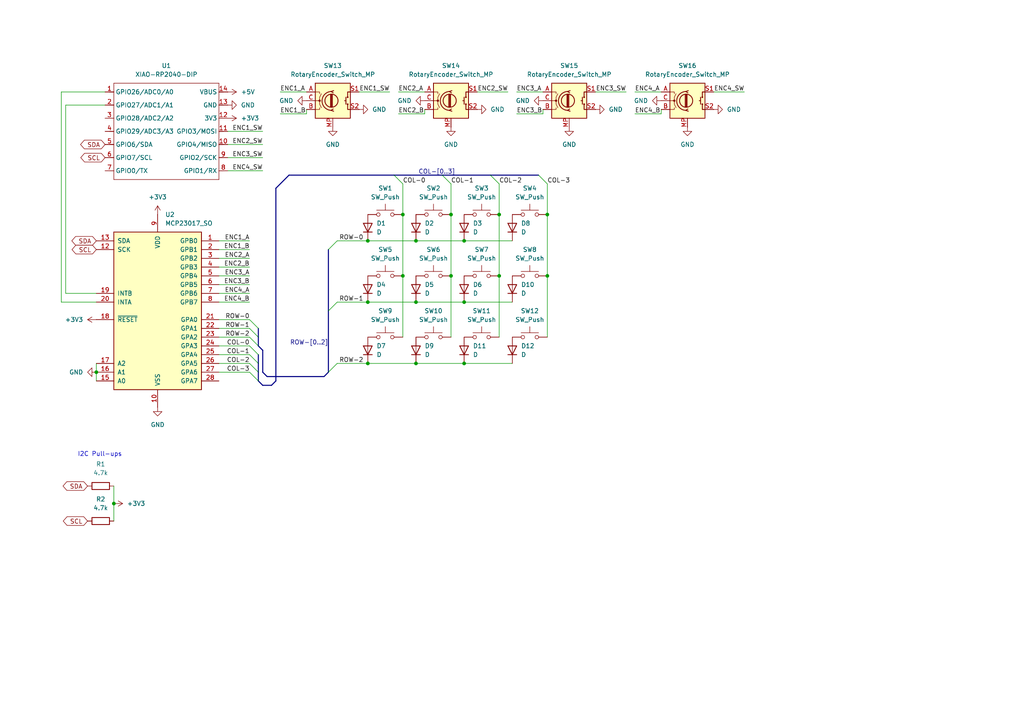
<source format=kicad_sch>
(kicad_sch (version 20231120) (generator "eeschema") (generator_version "8.0")
  (paper "A4")
  (lib_symbols
    (symbol "Device:D" (pin_numbers hide) (pin_names (offset 1.016) hide)
      (property "Reference" "D" (at 0 2.54 0))
      (property "Value" "D" (at 0 -2.54 0))
      (symbol "D_0_1"
        (polyline (pts (xy -1.27 1.27) (xy -1.27 -1.27)) (stroke (width 0.254)))
        (polyline (pts (xy 1.27 0) (xy -1.27 0)))
        (polyline (pts (xy 1.27 1.27) (xy 1.27 -1.27) (xy -1.27 0) (xy 1.27 1.27)) (stroke (width 0.254)))
      )
      (symbol "D_1_1"
        (pin passive line (at -3.81 0 0) (length 2.54) (name "K") (number "1"))
        (pin passive line (at 3.81 0 180) (length 2.54) (name "A") (number "2"))
      )
    )
    (symbol "Device:R" (pin_numbers hide) (pin_names (offset 0))
      (property "Reference" "R" (at 2.032 0 90))
      (property "Value" "R" (at 0 0 90))
      (symbol "R_0_1"
        (rectangle (start -1.016 -2.54) (end 1.016 2.54) (stroke (width 0.254)))
      )
      (symbol "R_1_1"
        (pin passive line (at 0 3.81 270) (length 1.27) (name "~") (number "1"))
        (pin passive line (at 0 -3.81 90) (length 1.27) (name "~") (number "2"))
      )
    )
    (symbol "Device:RotaryEncoder_Switch_MP" (pin_names (offset 0.254) hide)
      (property "Reference" "SW" (at 0 8.89 0))
      (property "Value" "RotaryEncoder_Switch_MP" (at 0 6.35 0))
      (symbol "RotaryEncoder_Switch_MP_0_1"
        (rectangle (start -5.08 5.08) (end 5.08 -5.08) (stroke (width 0.254)) (fill (type background)))
        (circle (center -3.81 0) (radius 0.254) (fill (type outline)))
        (circle (center -0.381 0) (radius 1.905) (stroke (width 0.254)))
        (arc (start -0.381 2.667) (mid -3.0988 -0.0635) (end -0.381 -2.794) (stroke (width 0.254)))
        (polyline (pts (xy -0.635 -1.778) (xy -0.635 1.778)) (stroke (width 0.254)))
        (polyline (pts (xy -0.381 -1.778) (xy -0.381 1.778)) (stroke (width 0.254)))
        (polyline (pts (xy -0.127 1.778) (xy -0.127 -1.778)) (stroke (width 0.254)))
        (polyline (pts (xy 3.81 0) (xy 3.429 0)) (stroke (width 0.254)))
        (polyline (pts (xy 3.81 1.016) (xy 3.81 -1.016)) (stroke (width 0.254)))
        (polyline (pts (xy -5.08 -2.54) (xy -3.81 -2.54) (xy -3.81 -2.032)))
        (polyline (pts (xy -5.08 2.54) (xy -3.81 2.54) (xy -3.81 2.032)))
        (polyline (pts (xy 0.254 -3.048) (xy -0.508 -2.794) (xy 0.127 -2.413)) (stroke (width 0.254)))
        (polyline (pts (xy 0.254 2.921) (xy -0.508 2.667) (xy 0.127 2.286)) (stroke (width 0.254)))
        (polyline (pts (xy 5.08 -2.54) (xy 4.318 -2.54) (xy 4.318 -1.016)) (stroke (width 0.254)))
        (polyline (pts (xy 5.08 2.54) (xy 4.318 2.54) (xy 4.318 1.016)) (stroke (width 0.254)))
        (polyline (pts (xy -5.08 0) (xy -3.81 0) (xy -3.81 -1.016) (xy -3.302 -2.032)))
        (polyline (pts (xy -4.318 0) (xy -3.81 0) (xy -3.81 1.016) (xy -3.302 2.032)))
        (circle (center 4.318 -1.016) (radius 0.127) (stroke (width 0.254)))
        (circle (center 4.318 1.016) (radius 0.127) (stroke (width 0.254)))
      )
      (symbol "RotaryEncoder_Switch_MP_1_1"
        (pin passive line (at -7.62 2.54 0) (length 2.54) (name "A") (number "A"))
        (pin passive line (at -7.62 -2.54 0) (length 2.54) (name "B") (number "B"))
        (pin passive line (at -7.62 0 0) (length 2.54) (name "C") (number "C"))
        (pin passive line (at 0 -7.62 90) (length 2.54) (name "MP") (number "MP"))
        (pin passive line (at 7.62 2.54 180) (length 2.54) (name "S1") (number "S1"))
        (pin passive line (at 7.62 -2.54 180) (length 2.54) (name "S2") (number "S2"))
      )
    )
    (symbol "Interface_Expansion:MCP23017_SO" (pin_names (offset 1.016))
      (property "Reference" "U" (at -11.43 24.13 0))
      (property "Value" "MCP23017_SO" (at 0 0 0))
      (symbol "MCP23017_SO_0_1"
        (rectangle (start -12.7 22.86) (end 12.7 -22.86) (stroke (width 0.254)) (fill (type background)))
      )
      (symbol "MCP23017_SO_1_1"
        (pin bidirectional line (at 17.78 20.32 180) (length 5.08) (name "GPB0") (number "1"))
        (pin power_in line (at 0 -27.94 90) (length 5.08) (name "VSS") (number "10"))
        (pin no_connect line (at -12.7 15.24 0) (length 5.08) hide (name "NC") (number "11"))
        (pin input line (at -17.78 17.78 0) (length 5.08) (name "SCK") (number "12"))
        (pin bidirectional line (at -17.78 20.32 0) (length 5.08) (name "SDA") (number "13"))
        (pin no_connect line (at -12.7 12.7 0) (length 5.08) hide (name "NC") (number "14"))
        (pin input line (at -17.78 -20.32 0) (length 5.08) (name "A0") (number "15"))
        (pin input line (at -17.78 -17.78 0) (length 5.08) (name "A1") (number "16"))
        (pin input line (at -17.78 -15.24 0) (length 5.08) (name "A2") (number "17"))
        (pin input line (at -17.78 -2.54 0) (length 5.08) (name "~{RESET}") (number "18"))
        (pin tri_state line (at -17.78 5.08 0) (length 5.08) (name "INTB") (number "19"))
        (pin bidirectional line (at 17.78 17.78 180) (length 5.08) (name "GPB1") (number "2"))
        (pin tri_state line (at -17.78 2.54 0) (length 5.08) (name "INTA") (number "20"))
        (pin bidirectional line (at 17.78 -2.54 180) (length 5.08) (name "GPA0") (number "21"))
        (pin bidirectional line (at 17.78 -5.08 180) (length 5.08) (name "GPA1") (number "22"))
        (pin bidirectional line (at 17.78 -7.62 180) (length 5.08) (name "GPA2") (number "23"))
        (pin bidirectional line (at 17.78 -10.16 180) (length 5.08) (name "GPA3") (number "24"))
        (pin bidirectional line (at 17.78 -12.7 180) (length 5.08) (name "GPA4") (number "25"))
        (pin bidirectional line (at 17.78 -15.24 180) (length 5.08) (name "GPA5") (number "26"))
        (pin bidirectional line (at 17.78 -17.78 180) (length 5.08) (name "GPA6") (number "27"))
        (pin output line (at 17.78 -20.32 180) (length 5.08) (name "GPA7") (number "28"))
        (pin bidirectional line (at 17.78 15.24 180) (length 5.08) (name "GPB2") (number "3"))
        (pin bidirectional line (at 17.78 12.7 180) (length 5.08) (name "GPB3") (number "4"))
        (pin bidirectional line (at 17.78 10.16 180) (length 5.08) (name "GPB4") (number "5"))
        (pin bidirectional line (at 17.78 7.62 180) (length 5.08) (name "GPB5") (number "6"))
        (pin bidirectional line (at 17.78 5.08 180) (length 5.08) (name "GPB6") (number "7"))
        (pin output line (at 17.78 2.54 180) (length 5.08) (name "GPB7") (number "8"))
        (pin power_in line (at 0 27.94 270) (length 5.08) (name "VDD") (number "9"))
      )
    )
    (symbol "Seeed Studio XIAO Series:XIAO-RP2040-DIP"
      (property "Reference" "U" (at 0 0 0))
      (property "Value" "XIAO-RP2040-DIP" (at 5.334 -1.778 0))
      (symbol "XIAO-RP2040-DIP_1_0"
        (polyline (pts (xy -1.27 -30.48) (xy -1.27 -16.51)) (stroke (width 0.1524)))
        (polyline (pts (xy -1.27 -27.94) (xy -2.54 -27.94)) (stroke (width 0.1524)))
        (polyline (pts (xy -1.27 -24.13) (xy -2.54 -24.13)) (stroke (width 0.1524)))
        (polyline (pts (xy -1.27 -20.32) (xy -2.54 -20.32)) (stroke (width 0.1524)))
        (polyline (pts (xy -1.27 -16.51) (xy -2.54 -16.51)) (stroke (width 0.1524)))
        (polyline (pts (xy -1.27 -16.51) (xy -1.27 -12.7)) (stroke (width 0.1524)))
        (polyline (pts (xy -1.27 -12.7) (xy -2.54 -12.7)) (stroke (width 0.1524)))
        (polyline (pts (xy -1.27 -12.7) (xy -1.27 -8.89)) (stroke (width 0.1524)))
        (polyline (pts (xy -1.27 -8.89) (xy -2.54 -8.89)) (stroke (width 0.1524)))
        (polyline (pts (xy -1.27 -8.89) (xy -1.27 -5.08)) (stroke (width 0.1524)))
        (polyline (pts (xy -1.27 -5.08) (xy -2.54 -5.08)) (stroke (width 0.1524)))
        (polyline (pts (xy -1.27 -5.08) (xy -1.27 -2.54)) (stroke (width 0.1524)))
        (polyline (pts (xy -1.27 -2.54) (xy 29.21 -2.54)) (stroke (width 0.1524)))
        (polyline (pts (xy 29.21 -30.48) (xy -1.27 -30.48)) (stroke (width 0.1524)))
        (polyline (pts (xy 29.21 -12.7) (xy 29.21 -30.48)) (stroke (width 0.1524)))
        (polyline (pts (xy 29.21 -8.89) (xy 29.21 -12.7)) (stroke (width 0.1524)))
        (polyline (pts (xy 29.21 -5.08) (xy 29.21 -8.89)) (stroke (width 0.1524)))
        (polyline (pts (xy 29.21 -2.54) (xy 29.21 -5.08)) (stroke (width 0.1524)))
        (polyline (pts (xy 30.48 -27.94) (xy 29.21 -27.94)) (stroke (width 0.1524)))
        (polyline (pts (xy 30.48 -24.13) (xy 29.21 -24.13)) (stroke (width 0.1524)))
        (polyline (pts (xy 30.48 -20.32) (xy 29.21 -20.32)) (stroke (width 0.1524)))
        (polyline (pts (xy 30.48 -16.51) (xy 29.21 -16.51)) (stroke (width 0.1524)))
        (polyline (pts (xy 30.48 -12.7) (xy 29.21 -12.7)) (stroke (width 0.1524)))
        (polyline (pts (xy 30.48 -8.89) (xy 29.21 -8.89)) (stroke (width 0.1524)))
        (polyline (pts (xy 30.48 -5.08) (xy 29.21 -5.08)) (stroke (width 0.1524)))
        (pin passive line (at -3.81 -5.08 0) (length 2.54) (name "GPIO26/ADC0/A0") (number "1"))
        (pin passive line (at 31.75 -20.32 180) (length 2.54) (name "GPIO4/MISO") (number "10"))
        (pin passive line (at 31.75 -16.51 180) (length 2.54) (name "GPIO3/MOSI") (number "11"))
        (pin passive line (at 31.75 -12.7 180) (length 2.54) (name "3V3") (number "12"))
        (pin passive line (at 31.75 -8.89 180) (length 2.54) (name "GND") (number "13"))
        (pin passive line (at 31.75 -5.08 180) (length 2.54) (name "VBUS") (number "14"))
        (pin passive line (at -3.81 -8.89 0) (length 2.54) (name "GPIO27/ADC1/A1") (number "2"))
        (pin passive line (at -3.81 -12.7 0) (length 2.54) (name "GPIO28/ADC2/A2") (number "3"))
        (pin passive line (at -3.81 -16.51 0) (length 2.54) (name "GPIO29/ADC3/A3") (number "4"))
        (pin passive line (at -3.81 -20.32 0) (length 2.54) (name "GPIO6/SDA") (number "5"))
        (pin passive line (at -3.81 -24.13 0) (length 2.54) (name "GPIO7/SCL") (number "6"))
        (pin passive line (at -3.81 -27.94 0) (length 2.54) (name "GPIO0/TX") (number "7"))
        (pin passive line (at 31.75 -27.94 180) (length 2.54) (name "GPIO1/RX") (number "8"))
        (pin passive line (at 31.75 -24.13 180) (length 2.54) (name "GPIO2/SCK") (number "9"))
      )
    )
    (symbol "Switch:SW_Push" (pin_numbers hide) (pin_names (offset 1.016) hide)
      (property "Reference" "SW" (at 1.27 2.54 0))
      (property "Value" "SW_Push" (at 0 -1.524 0))
      (symbol "SW_Push_0_1"
        (circle (center -2.032 0) (radius 0.508))
        (polyline (pts (xy 0 1.27) (xy 0 3.048)))
        (polyline (pts (xy 2.54 1.27) (xy -2.54 1.27)))
        (circle (center 2.032 0) (radius 0.508))
        (pin passive line (at -5.08 0 0) (length 2.54) (name "1") (number "1"))
        (pin passive line (at 5.08 0 180) (length 2.54) (name "2") (number "2"))
      )
    )
    (symbol "power:+3V3" (power) (pin_numbers hide) (pin_names (offset 0) hide)
      (property "Value" "+3V3" (at 0 3.556 0))
      (symbol "+3V3_0_1"
        (polyline (pts (xy -0.762 1.27) (xy 0 2.54)))
        (polyline (pts (xy 0 0) (xy 0 2.54)))
        (polyline (pts (xy 0 2.54) (xy 0.762 1.27)))
      )
      (symbol "+3V3_1_1"
        (pin power_in line (at 0 0 90) (length 0) (name "~") (number "1"))
      )
    )
    (symbol "power:+5V" (power) (pin_numbers hide) (pin_names (offset 0) hide)
      (property "Value" "+5V" (at 0 3.556 0))
      (symbol "+5V_0_1"
        (polyline (pts (xy -0.762 1.27) (xy 0 2.54)))
        (polyline (pts (xy 0 0) (xy 0 2.54)))
        (polyline (pts (xy 0 2.54) (xy 0.762 1.27)))
      )
      (symbol "+5V_1_1"
        (pin power_in line (at 0 0 90) (length 0) (name "~") (number "1"))
      )
    )
    (symbol "power:GND" (power) (pin_numbers hide) (pin_names (offset 0) hide)
      (property "Value" "GND" (at 0 -3.81 0))
      (symbol "GND_0_1"
        (polyline (pts (xy 0 0) (xy 0 -1.27) (xy 1.27 -1.27) (xy 0 -2.54) (xy -1.27 -1.27) (xy 0 -1.27)))
      )
      (symbol "GND_1_1"
        (pin power_in line (at 0 0 270) (length 0) (name "~") (number "1"))
      )
    )
  )
  (junction (at 106.68 69.85))
  (junction (at 158.75 62.23))
  (junction (at 120.65 69.85))
  (junction (at 158.75 80.01))
  (junction (at 106.68 87.63))
  (junction (at 130.81 62.23))
  (junction (at 134.62 69.85))
  (junction (at 144.78 80.01))
  (junction (at 134.62 87.63))
  (junction (at 130.81 80.01))
  (junction (at 120.65 105.41))
  (junction (at 116.84 62.23))
  (junction (at 106.68 105.41))
  (junction (at 120.65 87.63))
  (junction (at 27.94 107.95))
  (junction (at 116.84 80.01))
  (junction (at 134.62 105.41))
  (junction (at 144.78 62.23))
  (junction (at 33.02 146.05))
  (bus_entry (at 72.39 107.95) (size 2.54 2.54))
  (bus_entry (at 95.25 72.39) (size 2.54 -2.54))
  (bus_entry (at 114.3 50.8) (size 2.54 2.54))
  (bus_entry (at 72.39 102.87) (size 2.54 2.54))
  (bus_entry (at 72.39 100.33) (size 2.54 2.54))
  (bus_entry (at 72.39 95.25) (size 2.54 2.54))
  (bus_entry (at 72.39 92.71) (size 2.54 2.54))
  (bus_entry (at 72.39 105.41) (size 2.54 2.54))
  (bus_entry (at 72.39 97.79) (size 2.54 2.54))
  (bus_entry (at 142.24 50.8) (size 2.54 2.54))
  (bus_entry (at 95.25 90.17) (size 2.54 -2.54))
  (bus_entry (at 156.21 50.8) (size 2.54 2.54))
  (bus_entry (at 95.25 107.95) (size 2.54 -2.54))
  (bus_entry (at 128.27 50.8) (size 2.54 2.54))
  (wire (pts (xy 97.79 87.63) (xy 106.68 87.63)))
  (bus (pts (xy 83.82 50.8) (xy 80.01 54.61)))
  (wire (pts (xy 123.19 31.75) (xy 123.19 33.02)))
  (wire (pts (xy 172.72 26.67) (xy 181.61 26.67)))
  (bus (pts (xy 80.01 54.61) (xy 80.01 110.49)))
  (bus (pts (xy 83.82 50.8) (xy 114.3 50.8)))
  (wire (pts (xy 63.5 95.25) (xy 72.39 95.25)))
  (wire (pts (xy 63.5 77.47) (xy 72.39 77.47)))
  (wire (pts (xy 158.75 53.34) (xy 158.75 62.23)))
  (bus (pts (xy 76.2 111.76) (xy 78.74 111.76)))
  (wire (pts (xy 116.84 62.23) (xy 116.84 80.01)))
  (wire (pts (xy 63.5 105.41) (xy 72.39 105.41)))
  (bus (pts (xy 114.3 50.8) (xy 128.27 50.8)))
  (wire (pts (xy 63.5 80.01) (xy 72.39 80.01)))
  (wire (pts (xy 81.28 26.67) (xy 88.9 26.67)))
  (wire (pts (xy 116.84 53.34) (xy 116.84 62.23)))
  (wire (pts (xy 134.62 69.85) (xy 148.59 69.85)))
  (wire (pts (xy 63.5 97.79) (xy 72.39 97.79)))
  (bus (pts (xy 128.27 50.8) (xy 142.24 50.8)))
  (wire (pts (xy 106.68 105.41) (xy 120.65 105.41)))
  (wire (pts (xy 63.5 69.85) (xy 72.39 69.85)))
  (wire (pts (xy 63.5 87.63) (xy 72.39 87.63)))
  (wire (pts (xy 158.75 62.23) (xy 158.75 80.01)))
  (wire (pts (xy 63.5 82.55) (xy 72.39 82.55)))
  (wire (pts (xy 115.57 26.67) (xy 123.19 26.67)))
  (wire (pts (xy 116.84 80.01) (xy 116.84 97.79)))
  (wire (pts (xy 104.14 26.67) (xy 113.03 26.67)))
  (wire (pts (xy 130.81 62.23) (xy 130.81 80.01)))
  (wire (pts (xy 66.04 38.1) (xy 76.2 38.1)))
  (wire (pts (xy 138.43 26.67) (xy 147.32 26.67)))
  (bus (pts (xy 76.2 101.6) (xy 74.93 100.33)))
  (wire (pts (xy 184.15 33.02) (xy 191.77 33.02)))
  (wire (pts (xy 88.9 33.02) (xy 88.9 31.75)))
  (bus (pts (xy 74.93 102.87) (xy 74.93 105.41)))
  (wire (pts (xy 19.05 85.09) (xy 27.94 85.09)))
  (wire (pts (xy 106.68 69.85) (xy 120.65 69.85)))
  (bus (pts (xy 74.93 107.95) (xy 74.93 110.49)))
  (wire (pts (xy 27.94 87.63) (xy 17.78 87.63)))
  (wire (pts (xy 184.15 26.67) (xy 191.77 26.67)))
  (wire (pts (xy 157.48 31.75) (xy 157.48 33.02)))
  (wire (pts (xy 33.02 140.97) (xy 33.02 146.05)))
  (bus (pts (xy 95.25 90.17) (xy 95.25 107.95)))
  (bus (pts (xy 77.47 109.22) (xy 76.2 107.95)))
  (bus (pts (xy 142.24 50.8) (xy 156.21 50.8)))
  (wire (pts (xy 130.81 80.01) (xy 130.81 97.79)))
  (wire (pts (xy 63.5 74.93) (xy 72.39 74.93)))
  (bus (pts (xy 74.93 95.25) (xy 74.93 97.79)))
  (wire (pts (xy 144.78 53.34) (xy 144.78 62.23)))
  (wire (pts (xy 63.5 102.87) (xy 72.39 102.87)))
  (wire (pts (xy 63.5 72.39) (xy 72.39 72.39)))
  (bus (pts (xy 77.47 109.22) (xy 93.98 109.22)))
  (wire (pts (xy 17.78 87.63) (xy 17.78 26.67)))
  (wire (pts (xy 17.78 26.67) (xy 30.48 26.67)))
  (wire (pts (xy 66.04 41.91) (xy 76.2 41.91)))
  (wire (pts (xy 33.02 146.05) (xy 33.02 151.13)))
  (wire (pts (xy 66.04 45.72) (xy 76.2 45.72)))
  (wire (pts (xy 97.79 105.41) (xy 106.68 105.41)))
  (bus (pts (xy 95.25 72.39) (xy 95.25 90.17)))
  (bus (pts (xy 95.25 107.95) (xy 93.98 109.22)))
  (wire (pts (xy 66.04 49.53) (xy 76.2 49.53)))
  (wire (pts (xy 158.75 80.01) (xy 158.75 97.79)))
  (bus (pts (xy 80.01 110.49) (xy 78.74 111.76)))
  (wire (pts (xy 149.86 33.02) (xy 157.48 33.02)))
  (wire (pts (xy 106.68 87.63) (xy 120.65 87.63)))
  (wire (pts (xy 63.5 92.71) (xy 72.39 92.71)))
  (bus (pts (xy 76.2 107.95) (xy 76.2 101.6)))
  (wire (pts (xy 63.5 107.95) (xy 72.39 107.95)))
  (bus (pts (xy 76.2 111.76) (xy 74.93 110.49)))
  (wire (pts (xy 134.62 105.41) (xy 148.59 105.41)))
  (wire (pts (xy 120.65 105.41) (xy 134.62 105.41)))
  (wire (pts (xy 63.5 100.33) (xy 72.39 100.33)))
  (bus (pts (xy 74.93 97.79) (xy 74.93 100.33)))
  (wire (pts (xy 149.86 26.67) (xy 157.48 26.67)))
  (wire (pts (xy 191.77 31.75) (xy 191.77 33.02)))
  (wire (pts (xy 27.94 107.95) (xy 27.94 110.49)))
  (wire (pts (xy 120.65 87.63) (xy 134.62 87.63)))
  (wire (pts (xy 207.01 26.67) (xy 215.9 26.67)))
  (wire (pts (xy 115.57 33.02) (xy 123.19 33.02)))
  (wire (pts (xy 144.78 62.23) (xy 144.78 80.01)))
  (wire (pts (xy 19.05 30.48) (xy 19.05 85.09)))
  (wire (pts (xy 30.48 30.48) (xy 19.05 30.48)))
  (wire (pts (xy 27.94 105.41) (xy 27.94 107.95)))
  (wire (pts (xy 120.65 69.85) (xy 134.62 69.85)))
  (wire (pts (xy 130.81 53.34) (xy 130.81 62.23)))
  (wire (pts (xy 134.62 87.63) (xy 148.59 87.63)))
  (wire (pts (xy 144.78 80.01) (xy 144.78 97.79)))
  (wire (pts (xy 63.5 85.09) (xy 72.39 85.09)))
  (wire (pts (xy 81.28 33.02) (xy 88.9 33.02)))
  (wire (pts (xy 97.79 69.85) (xy 106.68 69.85)))
  (bus (pts (xy 74.93 105.41) (xy 74.93 107.95)))
  (text "I2C Pull-ups" (at 28.956 131.826 0) (effects (font (size 1.27 1.27))))
  (label "ENC2_A" (at 72.39 74.93 180))
  (label "COL-2" (at 72.39 105.41 180))
  (label "COL-3" (at 158.75 53.34 0))
  (label "ROW-2" (at 72.39 97.79 180))
  (label "COL-0" (at 72.39 100.33 180))
  (label "ENC2_SW" (at 147.32 26.67 180))
  (label "ENC1_SW" (at 76.2 38.1 180))
  (label "ENC4_SW" (at 76.2 49.53 180))
  (label "ENC3_B" (at 72.39 82.55 180))
  (label "ENC1_B" (at 81.28 33.02 0))
  (label "ENC4_A" (at 72.39 85.09 180))
  (label "ROW-2" (at 105.41 105.41 180))
  (label "ENC2_B" (at 115.57 33.02 0))
  (label "COL-0" (at 116.84 53.34 0))
  (label "ENC4_A" (at 184.15 26.67 0))
  (label "ENC1_A" (at 81.28 26.67 0))
  (label "ENC4_B" (at 184.15 33.02 0))
  (label "ENC2_B" (at 72.39 77.47 180))
  (label "ROW-[0..2]" (at 95.25 100.33 180))
  (label "COL-3" (at 72.39 107.95 180))
  (label "ENC1_A" (at 72.39 69.85 180))
  (label "ENC3_A" (at 72.39 80.01 180))
  (label "ROW-1" (at 105.41 87.63 180))
  (label "ROW-0" (at 72.39 92.71 180))
  (label "ENC4_SW" (at 215.9 26.67 180))
  (label "ENC3_SW" (at 181.61 26.67 180))
  (label "COL-2" (at 144.78 53.34 0))
  (label "ROW-1" (at 72.39 95.25 180))
  (label "COL-1" (at 72.39 102.87 180))
  (label "COL-[0..3]" (at 132.08 50.8 180))
  (label "ENC4_B" (at 72.39 87.63 180))
  (label "ENC1_B" (at 72.39 72.39 180))
  (label "ENC3_SW" (at 76.2 45.72 180))
  (label "ENC3_A" (at 149.86 26.67 0))
  (label "COL-1" (at 130.81 53.34 0))
  (label "ROW-0" (at 105.41 69.85 180))
  (label "ENC2_SW" (at 76.2 41.91 180))
  (label "ENC2_A" (at 115.57 26.67 0))
  (label "ENC3_B" (at 149.86 33.02 0))
  (label "ENC1_SW" (at 113.03 26.67 180))
  (global_label "SDA" (shape bidirectional) (at 25.4 140.97 180) (property "Intersheetrefs" "${INTERSHEET_REFS}" (effects (hide yes))))
  (global_label "SCL" (shape bidirectional) (at 25.4 151.13 180) (property "Intersheetrefs" "${INTERSHEET_REFS}" (effects (hide yes))))
  (global_label "SDA" (shape bidirectional) (at 30.48 41.91 180) (property "Intersheetrefs" "${INTERSHEET_REFS}" (effects (hide yes))))
  (global_label "SCL" (shape bidirectional) (at 30.48 45.72 180) (property "Intersheetrefs" "${INTERSHEET_REFS}" (effects (hide yes))))
  (global_label "SDA" (shape bidirectional) (at 27.94 69.85 180) (property "Intersheetrefs" "${INTERSHEET_REFS}" (effects (hide yes))))
  (global_label "SCL" (shape bidirectional) (at 27.94 72.39 180) (property "Intersheetrefs" "${INTERSHEET_REFS}" (effects (hide yes))))
  (symbol (lib_id "Switch:SW_Push") (at 111.76 62.23 0) (unit 1)
    (property "Reference" "SW1" (at 111.76 54.61 0))
    (property "Value" "SW_Push" (at 111.76 57.15 0))
    (property "Footprint" "Button_Switch_Keyboard:SW_Cherry_MX_1.00u_PCB" (effects (hide yes)))
    (property "Description" "Push button switch, generic, two pins" (effects (hide yes)))
  )
  (symbol (lib_id "power:GND") (at 123.19 29.21 270) (unit 1)
    (property "Reference" "#PWR014" (effects (hide yes)))
    (property "Value" "GND" (at 119.38 29.2099 90) (effects (justify right)))
    (property "Description" "Power symbol creates a global label with name \"GND\" , ground" (effects (hide yes)))
  )
  (symbol (lib_id "Seeed Studio XIAO Series:XIAO-RP2040-DIP") (at 34.29 21.59 0) (unit 1)
    (property "Reference" "U1" (at 48.26 19.05 0))
    (property "Value" "XIAO-RP2040-DIP" (at 48.26 21.59 0))
    (property "Footprint" "Seeed Studio XIAO Series Library:XIAO-RP2040-DIP" (effects (hide yes)))
  )
  (symbol (lib_id "Device:D") (at 120.65 83.82 90) (unit 1)
    (property "Reference" "D5" (at 123.19 82.5499 90) (effects (justify right)))
    (property "Value" "D" (at 123.19 85.0899 90) (effects (justify right)))
    (property "Footprint" "Diode_THT:D_DO-35_SOD27_P7.62mm_Horizontal" (effects (hide yes)))
    (property "Description" "Diode" (effects (hide yes)))
    (property "Sim.Device" "D" (effects (hide yes)))
    (property "Sim.Pins" "1=K 2=A" (effects (hide yes)))
  )
  (symbol (lib_id "Switch:SW_Push") (at 153.67 97.79 0) (unit 1)
    (property "Reference" "SW12" (at 153.67 90.17 0))
    (property "Value" "SW_Push" (at 153.67 92.71 0))
    (property "Footprint" "Button_Switch_Keyboard:SW_Cherry_MX_1.00u_PCB" (effects (hide yes)))
    (property "Description" "Push button switch, generic, two pins" (effects (hide yes)))
  )
  (symbol (lib_id "power:GND") (at 138.43 31.75 90) (unit 1)
    (property "Reference" "#PWR015" (effects (hide yes)))
    (property "Value" "GND" (at 142.24 31.7499 90) (effects (justify right)))
    (property "Description" "Power symbol creates a global label with name \"GND\" , ground" (effects (hide yes)))
  )
  (symbol (lib_id "Device:RotaryEncoder_Switch_MP") (at 130.81 29.21 0) (unit 1)
    (property "Reference" "SW14" (at 130.81 19.05 0))
    (property "Value" "RotaryEncoder_Switch_MP" (at 130.81 21.59 0))
    (property "Footprint" "Rotary_Encoder:RotaryEncoder_Alps_EC11E-Switch_Vertical_H20mm" (effects (hide yes)))
    (property "Description" "Rotary encoder, dual channel, incremental quadrate outputs, with switch and MP Pin" (effects (hide yes)))
  )
  (symbol (lib_id "power:+3V3") (at 45.72 62.23 0) (unit 1)
    (property "Reference" "#PWR05" (effects (hide yes)))
    (property "Value" "+3V3" (at 45.72 57.15 0))
    (property "Description" "Power symbol creates a global label with name \"+3V3\"" (effects (hide yes)))
  )
  (symbol (lib_id "power:GND") (at 165.1 36.83 0) (unit 1)
    (property "Reference" "#PWR04" (effects (hide yes)))
    (property "Value" "GND" (at 165.1 41.91 0))
    (property "Description" "Power symbol creates a global label with name \"GND\" , ground" (effects (hide yes)))
  )
  (symbol (lib_id "power:+3V3") (at 27.94 92.71 90) (unit 1)
    (property "Reference" "#PWR010" (effects (hide yes)))
    (property "Value" "+3V3" (at 24.13 92.7099 90) (effects (justify left)))
    (property "Description" "Power symbol creates a global label with name \"+3V3\"" (effects (hide yes)))
  )
  (symbol (lib_id "Switch:SW_Push") (at 139.7 97.79 0) (unit 1)
    (property "Reference" "SW11" (at 139.7 90.17 0))
    (property "Value" "SW_Push" (at 139.7 92.71 0))
    (property "Footprint" "Button_Switch_Keyboard:SW_Cherry_MX_1.00u_PCB" (effects (hide yes)))
    (property "Description" "Push button switch, generic, two pins" (effects (hide yes)))
  )
  (symbol (lib_id "Device:D") (at 106.68 101.6 90) (unit 1)
    (property "Reference" "D7" (at 109.22 100.3299 90) (effects (justify right)))
    (property "Value" "D" (at 109.22 102.8699 90) (effects (justify right)))
    (property "Footprint" "Diode_THT:D_DO-35_SOD27_P7.62mm_Horizontal" (effects (hide yes)))
    (property "Description" "Diode" (effects (hide yes)))
    (property "Sim.Device" "D" (effects (hide yes)))
    (property "Sim.Pins" "1=K 2=A" (effects (hide yes)))
  )
  (symbol (lib_id "Device:D") (at 148.59 83.82 90) (unit 1)
    (property "Reference" "D10" (at 151.13 82.5499 90) (effects (justify right)))
    (property "Value" "D" (at 151.13 85.0899 90) (effects (justify right)))
    (property "Footprint" "Diode_THT:D_DO-35_SOD27_P7.62mm_Horizontal" (effects (hide yes)))
    (property "Description" "Diode" (effects (hide yes)))
    (property "Sim.Device" "D" (effects (hide yes)))
    (property "Sim.Pins" "1=K 2=A" (effects (hide yes)))
  )
  (symbol (lib_id "power:GND") (at 157.48 29.21 270) (unit 1)
    (property "Reference" "#PWR03" (effects (hide yes)))
    (property "Value" "GND" (at 153.67 29.2099 90) (effects (justify right)))
    (property "Description" "Power symbol creates a global label with name \"GND\" , ground" (effects (hide yes)))
  )
  (symbol (lib_id "Device:R") (at 29.21 151.13 270) (unit 1)
    (property "Reference" "R2" (at 29.21 144.78 90))
    (property "Value" "4.7k" (at 29.21 147.32 90))
    (property "Footprint" "Resistor_THT:R_Axial_DIN0204_L3.6mm_D1.6mm_P7.62mm_Horizontal" (effects (hide yes)))
    (property "Description" "Resistor" (effects (hide yes)))
  )
  (symbol (lib_id "power:GND") (at 207.01 31.75 90) (unit 1)
    (property "Reference" "#PWR019" (effects (hide yes)))
    (property "Value" "GND" (at 210.82 31.7499 90) (effects (justify right)))
    (property "Description" "Power symbol creates a global label with name \"GND\" , ground" (effects (hide yes)))
  )
  (symbol (lib_id "power:+3V3") (at 66.04 34.29 270) (unit 1)
    (property "Reference" "#PWR07" (effects (hide yes)))
    (property "Value" "+3V3" (at 69.85 34.2899 90) (effects (justify left)))
    (property "Description" "Power symbol creates a global label with name \"+3V3\"" (effects (hide yes)))
  )
  (symbol (lib_id "Switch:SW_Push") (at 153.67 62.23 0) (unit 1)
    (property "Reference" "SW4" (at 153.67 54.61 0))
    (property "Value" "SW_Push" (at 153.67 57.15 0))
    (property "Footprint" "Button_Switch_Keyboard:SW_Cherry_MX_1.00u_PCB" (effects (hide yes)))
    (property "Description" "Push button switch, generic, two pins" (effects (hide yes)))
  )
  (symbol (lib_id "Device:R") (at 29.21 140.97 270) (unit 1)
    (property "Reference" "R1" (at 29.21 134.62 90))
    (property "Value" "4.7k" (at 29.21 137.16 90))
    (property "Footprint" "Resistor_THT:R_Axial_DIN0204_L3.6mm_D1.6mm_P7.62mm_Horizontal" (effects (hide yes)))
    (property "Description" "Resistor" (effects (hide yes)))
  )
  (symbol (lib_id "Switch:SW_Push") (at 139.7 62.23 0) (unit 1)
    (property "Reference" "SW3" (at 139.7 54.61 0))
    (property "Value" "SW_Push" (at 139.7 57.15 0))
    (property "Footprint" "Button_Switch_Keyboard:SW_Cherry_MX_1.00u_PCB" (effects (hide yes)))
    (property "Description" "Push button switch, generic, two pins" (effects (hide yes)))
  )
  (symbol (lib_id "Device:RotaryEncoder_Switch_MP") (at 96.52 29.21 0) (unit 1)
    (property "Reference" "SW13" (at 96.52 19.05 0))
    (property "Value" "RotaryEncoder_Switch_MP" (at 96.52 21.59 0))
    (property "Footprint" "Rotary_Encoder:RotaryEncoder_Alps_EC11E-Switch_Vertical_H20mm" (effects (hide yes)))
    (property "Description" "Rotary encoder, dual channel, incremental quadrate outputs, with switch and MP Pin" (effects (hide yes)))
  )
  (symbol (lib_id "power:GND") (at 191.77 29.21 270) (unit 1)
    (property "Reference" "#PWR017" (effects (hide yes)))
    (property "Value" "GND" (at 187.96 29.2099 90) (effects (justify right)))
    (property "Description" "Power symbol creates a global label with name \"GND\" , ground" (effects (hide yes)))
  )
  (symbol (lib_id "power:GND") (at 45.72 118.11 0) (unit 1)
    (property "Reference" "#PWR06" (effects (hide yes)))
    (property "Value" "GND" (at 45.72 123.19 0))
    (property "Description" "Power symbol creates a global label with name \"GND\" , ground" (effects (hide yes)))
  )
  (symbol (lib_id "power:GND") (at 88.9 29.21 270) (unit 1)
    (property "Reference" "#PWR012" (effects (hide yes)))
    (property "Value" "GND" (at 85.09 29.2099 90) (effects (justify right)))
    (property "Description" "Power symbol creates a global label with name \"GND\" , ground" (effects (hide yes)))
  )
  (symbol (lib_id "power:+5V") (at 66.04 26.67 270) (unit 1)
    (property "Reference" "#PWR08" (effects (hide yes)))
    (property "Value" "+5V" (at 69.85 26.6699 90) (effects (justify left)))
    (property "Description" "Power symbol creates a global label with name \"+5V\"" (effects (hide yes)))
  )
  (symbol (lib_id "Device:RotaryEncoder_Switch_MP") (at 199.39 29.21 0) (unit 1)
    (property "Reference" "SW16" (at 199.39 19.05 0))
    (property "Value" "RotaryEncoder_Switch_MP" (at 199.39 21.59 0))
    (property "Footprint" "Rotary_Encoder:RotaryEncoder_Alps_EC11E-Switch_Vertical_H20mm" (effects (hide yes)))
    (property "Description" "Rotary encoder, dual channel, incremental quadrate outputs, with switch and MP Pin" (effects (hide yes)))
  )
  (symbol (lib_id "Device:D") (at 106.68 83.82 90) (unit 1)
    (property "Reference" "D4" (at 109.22 82.5499 90) (effects (justify right)))
    (property "Value" "D" (at 109.22 85.0899 90) (effects (justify right)))
    (property "Footprint" "Diode_THT:D_DO-35_SOD27_P7.62mm_Horizontal" (effects (hide yes)))
    (property "Description" "Diode" (effects (hide yes)))
    (property "Sim.Device" "D" (effects (hide yes)))
    (property "Sim.Pins" "1=K 2=A" (effects (hide yes)))
  )
  (symbol (lib_id "Device:D") (at 120.65 66.04 90) (unit 1)
    (property "Reference" "D2" (at 123.19 64.7699 90) (effects (justify right)))
    (property "Value" "D" (at 123.19 67.3099 90) (effects (justify right)))
    (property "Footprint" "Diode_THT:D_DO-35_SOD27_P7.62mm_Horizontal" (effects (hide yes)))
    (property "Description" "Diode" (effects (hide yes)))
    (property "Sim.Device" "D" (effects (hide yes)))
    (property "Sim.Pins" "1=K 2=A" (effects (hide yes)))
  )
  (symbol (lib_id "power:GND") (at 66.04 30.48 90) (unit 1)
    (property "Reference" "#PWR09" (effects (hide yes)))
    (property "Value" "GND" (at 69.85 30.4799 90) (effects (justify right)))
    (property "Description" "Power symbol creates a global label with name \"GND\" , ground" (effects (hide yes)))
  )
  (symbol (lib_id "Device:D") (at 148.59 66.04 90) (unit 1)
    (property "Reference" "D8" (at 151.13 64.7699 90) (effects (justify right)))
    (property "Value" "D" (at 151.13 67.3099 90) (effects (justify right)))
    (property "Footprint" "Diode_THT:D_DO-35_SOD27_P7.62mm_Horizontal" (effects (hide yes)))
    (property "Description" "Diode" (effects (hide yes)))
    (property "Sim.Device" "D" (effects (hide yes)))
    (property "Sim.Pins" "1=K 2=A" (effects (hide yes)))
  )
  (symbol (lib_id "Switch:SW_Push") (at 125.73 62.23 0) (unit 1)
    (property "Reference" "SW2" (at 125.73 54.61 0))
    (property "Value" "SW_Push" (at 125.73 57.15 0))
    (property "Footprint" "Button_Switch_Keyboard:SW_Cherry_MX_1.00u_PCB" (effects (hide yes)))
    (property "Description" "Push button switch, generic, two pins" (effects (hide yes)))
  )
  (symbol (lib_id "Device:D") (at 134.62 83.82 90) (unit 1)
    (property "Reference" "D6" (at 137.16 82.5499 90) (effects (justify right)))
    (property "Value" "D" (at 137.16 85.0899 90) (effects (justify right)))
    (property "Footprint" "Diode_THT:D_DO-35_SOD27_P7.62mm_Horizontal" (effects (hide yes)))
    (property "Description" "Diode" (effects (hide yes)))
    (property "Sim.Device" "D" (effects (hide yes)))
    (property "Sim.Pins" "1=K 2=A" (effects (hide yes)))
  )
  (symbol (lib_id "Switch:SW_Push") (at 153.67 80.01 0) (unit 1)
    (property "Reference" "SW8" (at 153.67 72.39 0))
    (property "Value" "SW_Push" (at 153.67 74.93 0))
    (property "Footprint" "Button_Switch_Keyboard:SW_Cherry_MX_1.00u_PCB" (effects (hide yes)))
    (property "Description" "Push button switch, generic, two pins" (effects (hide yes)))
  )
  (symbol (lib_id "Switch:SW_Push") (at 125.73 80.01 0) (unit 1)
    (property "Reference" "SW6" (at 125.73 72.39 0))
    (property "Value" "SW_Push" (at 125.73 74.93 0))
    (property "Footprint" "Button_Switch_Keyboard:SW_Cherry_MX_1.00u_PCB" (effects (hide yes)))
    (property "Description" "Push button switch, generic, two pins" (effects (hide yes)))
  )
  (symbol (lib_id "power:GND") (at 199.39 36.83 0) (unit 1)
    (property "Reference" "#PWR018" (effects (hide yes)))
    (property "Value" "GND" (at 199.39 41.91 0))
    (property "Description" "Power symbol creates a global label with name \"GND\" , ground" (effects (hide yes)))
  )
  (symbol (lib_id "power:GND") (at 96.52 36.83 0) (unit 1)
    (property "Reference" "#PWR01" (effects (hide yes)))
    (property "Value" "GND" (at 96.52 41.91 0))
    (property "Description" "Power symbol creates a global label with name \"GND\" , ground" (effects (hide yes)))
  )
  (symbol (lib_id "power:GND") (at 172.72 31.75 90) (unit 1)
    (property "Reference" "#PWR016" (effects (hide yes)))
    (property "Value" "GND" (at 176.53 31.7499 90) (effects (justify right)))
    (property "Description" "Power symbol creates a global label with name \"GND\" , ground" (effects (hide yes)))
  )
  (symbol (lib_id "power:GND") (at 130.81 36.83 0) (unit 1)
    (property "Reference" "#PWR02" (effects (hide yes)))
    (property "Value" "GND" (at 130.81 41.91 0))
    (property "Description" "Power symbol creates a global label with name \"GND\" , ground" (effects (hide yes)))
  )
  (symbol (lib_id "Switch:SW_Push") (at 111.76 97.79 0) (unit 1)
    (property "Reference" "SW9" (at 111.76 90.17 0))
    (property "Value" "SW_Push" (at 111.76 92.71 0))
    (property "Footprint" "Button_Switch_Keyboard:SW_Cherry_MX_1.00u_PCB" (effects (hide yes)))
    (property "Description" "Push button switch, generic, two pins" (effects (hide yes)))
  )
  (symbol (lib_id "Device:D") (at 134.62 101.6 90) (unit 1)
    (property "Reference" "D11" (at 137.16 100.3299 90) (effects (justify right)))
    (property "Value" "D" (at 137.16 102.8699 90) (effects (justify right)))
    (property "Footprint" "Diode_THT:D_DO-35_SOD27_P7.62mm_Horizontal" (effects (hide yes)))
    (property "Description" "Diode" (effects (hide yes)))
    (property "Sim.Device" "D" (effects (hide yes)))
    (property "Sim.Pins" "1=K 2=A" (effects (hide yes)))
  )
  (symbol (lib_id "Interface_Expansion:MCP23017_SO") (at 45.72 90.17 0) (unit 1)
    (property "Reference" "U2" (at 47.9141 62.23 0) (effects (justify left)))
    (property "Value" "MCP23017_SO" (at 47.9141 64.77 0) (effects (justify left)))
    (property "Footprint" "Package_SO:SOIC-28W_7.5x17.9mm_P1.27mm" (effects (hide yes)))
    (property "Datasheet" "https://ww1.microchip.com/downloads/aemDocuments/documents/APID/ProductDocuments/DataSheets/MCP23017-Data-Sheet-DS20001952.pdf" (effects (hide yes)))
    (property "Description" "16-bit I/O expander, I2C, interrupts, w pull-ups, GPA/B7 output only (https://microchip.my.site.com/s/article/GPA7---GPB7-Cannot-Be-Used-as-Inputs-In-MCP23017),  SOIC-28" (effects (hide yes)))
  )
  (symbol (lib_id "power:GND") (at 27.94 107.95 270) (unit 1)
    (property "Reference" "#PWR011" (effects (hide yes)))
    (property "Value" "GND" (at 24.13 107.9499 90) (effects (justify right)))
    (property "Description" "Power symbol creates a global label with name \"GND\" , ground" (effects (hide yes)))
  )
  (symbol (lib_id "Switch:SW_Push") (at 125.73 97.79 0) (unit 1)
    (property "Reference" "SW10" (at 125.73 90.17 0))
    (property "Value" "SW_Push" (at 125.73 92.71 0))
    (property "Footprint" "Button_Switch_Keyboard:SW_Cherry_MX_1.00u_PCB" (effects (hide yes)))
    (property "Description" "Push button switch, generic, two pins" (effects (hide yes)))
  )
  (symbol (lib_id "Device:D") (at 106.68 66.04 90) (unit 1)
    (property "Reference" "D1" (at 109.22 64.7699 90) (effects (justify right)))
    (property "Value" "D" (at 109.22 67.3099 90) (effects (justify right)))
    (property "Footprint" "Diode_THT:D_DO-35_SOD27_P7.62mm_Horizontal" (effects (hide yes)))
    (property "Description" "Diode" (effects (hide yes)))
    (property "Sim.Device" "D" (effects (hide yes)))
    (property "Sim.Pins" "1=K 2=A" (effects (hide yes)))
  )
  (symbol (lib_id "Switch:SW_Push") (at 111.76 80.01 0) (unit 1)
    (property "Reference" "SW5" (at 111.76 72.39 0))
    (property "Value" "SW_Push" (at 111.76 74.93 0))
    (property "Footprint" "Button_Switch_Keyboard:SW_Cherry_MX_1.00u_PCB" (effects (hide yes)))
    (property "Description" "Push button switch, generic, two pins" (effects (hide yes)))
  )
  (symbol (lib_id "Device:RotaryEncoder_Switch_MP") (at 165.1 29.21 0) (unit 1)
    (property "Reference" "SW15" (at 165.1 19.05 0))
    (property "Value" "RotaryEncoder_Switch_MP" (at 165.1 21.59 0))
    (property "Footprint" "Rotary_Encoder:RotaryEncoder_Alps_EC11E-Switch_Vertical_H20mm" (effects (hide yes)))
    (property "Description" "Rotary encoder, dual channel, incremental quadrate outputs, with switch and MP Pin" (effects (hide yes)))
  )
  (symbol (lib_id "Device:D") (at 134.62 66.04 90) (unit 1)
    (property "Reference" "D3" (at 137.16 64.7699 90) (effects (justify right)))
    (property "Value" "D" (at 137.16 67.3099 90) (effects (justify right)))
    (property "Footprint" "Diode_THT:D_DO-35_SOD27_P7.62mm_Horizontal" (effects (hide yes)))
    (property "Description" "Diode" (effects (hide yes)))
    (property "Sim.Device" "D" (effects (hide yes)))
    (property "Sim.Pins" "1=K 2=A" (effects (hide yes)))
  )
  (symbol (lib_id "power:GND") (at 104.14 31.75 90) (unit 1)
    (property "Reference" "#PWR013" (effects (hide yes)))
    (property "Value" "GND" (at 107.95 31.7499 90) (effects (justify right)))
    (property "Description" "Power symbol creates a global label with name \"GND\" , ground" (effects (hide yes)))
  )
  (symbol (lib_id "Switch:SW_Push") (at 139.7 80.01 0) (unit 1)
    (property "Reference" "SW7" (at 139.7 72.39 0))
    (property "Value" "SW_Push" (at 139.7 74.93 0))
    (property "Footprint" "Button_Switch_Keyboard:SW_Cherry_MX_1.00u_PCB" (effects (hide yes)))
    (property "Description" "Push button switch, generic, two pins" (effects (hide yes)))
  )
  (symbol (lib_id "power:+3V3") (at 33.02 146.05 270) (unit 1)
    (property "Reference" "#PWR020" (effects (hide yes)))
    (property "Value" "+3V3" (at 36.83 146.0499 90) (effects (justify left)))
    (property "Description" "Power symbol creates a global label with name \"+3V3\"" (effects (hide yes)))
  )
  (symbol (lib_id "Device:D") (at 120.65 101.6 90) (unit 1)
    (property "Reference" "D9" (at 123.19 100.3299 90) (effects (justify right)))
    (property "Value" "D" (at 123.19 102.8699 90) (effects (justify right)))
    (property "Footprint" "Diode_THT:D_DO-35_SOD27_P7.62mm_Horizontal" (effects (hide yes)))
    (property "Description" "Diode" (effects (hide yes)))
    (property "Sim.Device" "D" (effects (hide yes)))
    (property "Sim.Pins" "1=K 2=A" (effects (hide yes)))
  )
  (symbol (lib_id "Device:D") (at 148.59 101.6 90) (unit 1)
    (property "Reference" "D12" (at 151.13 100.3299 90) (effects (justify right)))
    (property "Value" "D" (at 151.13 102.8699 90) (effects (justify right)))
    (property "Footprint" "Diode_THT:D_DO-35_SOD27_P7.62mm_Horizontal" (effects (hide yes)))
    (property "Description" "Diode" (effects (hide yes)))
    (property "Sim.Device" "D" (effects (hide yes)))
    (property "Sim.Pins" "1=K 2=A" (effects (hide yes)))
  )
)
</source>
